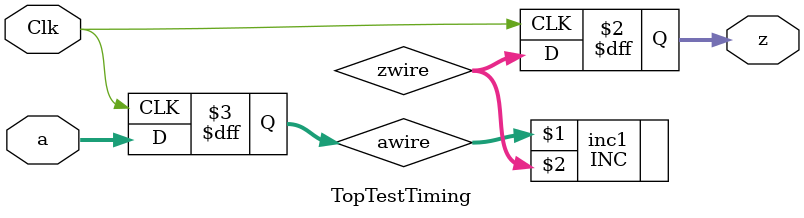
<source format=v>
`timescale 1ns / 1ps


module TopTestTiming #(parameter DATAWIDTH = 2)(a,/* b,*/ z, Clk );

input [DATAWIDTH-1:0] a;//, b;
//input [$clog2(DATAWIDTH)-1:0] b; //SHL,SHR
output reg[DATAWIDTH-1:0] z;
input Clk;
reg [DATAWIDTH-1:0] awire;//, bwire;
//reg [$clog2(DATAWIDTH)-1:0] bwire; //SHL,SHR
wire [DATAWIDTH-1:0] zwire;

always@(posedge Clk) begin
    awire <= a;
    //bwire <= b;
    z <= zwire;
end

INC #(.DATAWIDTH(DATAWIDTH))inc1(awire, zwire);
//DEC #(.DATAWIDTH(DATAWIDTH))dec1(awire, zwire);

endmodule


</source>
